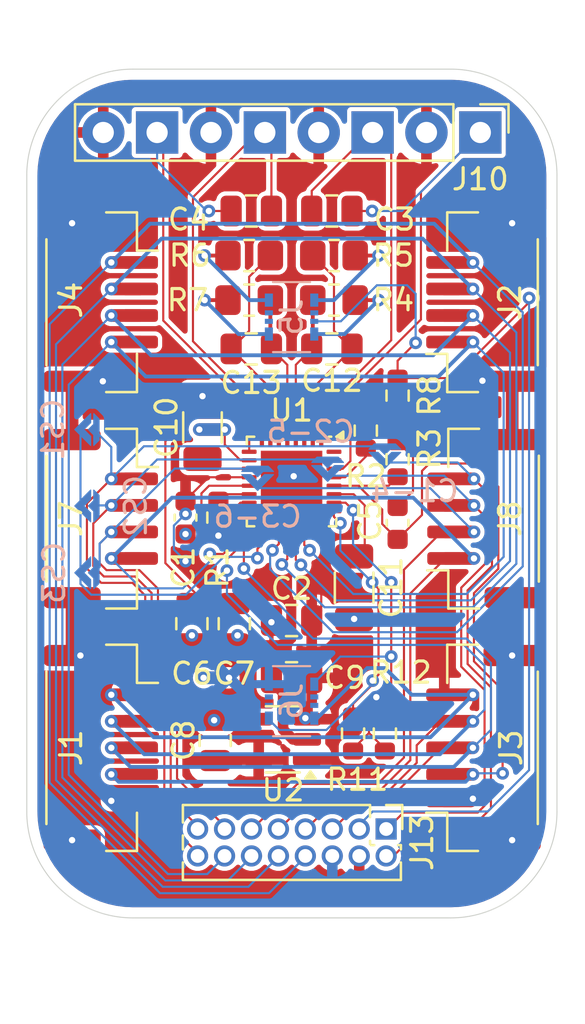
<source format=kicad_pcb>
(kicad_pcb (version 20240108) (generator "pcbnew") (generator_version "8.0")
  (title_block (date "2024-09-18"))
  (layers (0 "F.Cu" signal) (1 "In1.Cu" power) (2 "In2.Cu" power) (31 "B.Cu" signal) (34 "B.Paste" user) (35 "F.Paste" user) (36 "B.SilkS" user "B.Silkscreen") (37 "F.SilkS" user "F.Silkscreen") (38 "B.Mask" user) (39 "F.Mask" user) (44 "Edge.Cuts" user))
  (net 0 "")
  (net 1 "RLDINV")
  (net 2 "RLDOUT")
  (net 3 "+3.3VA")
  (net 4 "VREFN")
  (net 5 "GND")
  (net 6 "+3.3V")
  (net 7 "VREFP")
  (net 8 "Net-(U1-VCAP1)")
  (net 9 "Net-(U1-VCAP2)")
  (net 10 "PGA2N")
  (net 11 "PGA2P")
  (net 12 "PGA1P")
  (net 13 "PGA1N")
  (net 14 "IN1P")
  (net 15 "IN1N")
  (net 16 "IN2N")
  (net 17 "IN2P")
  (net 18 "MOSI")
  (net 19 "CS")
  (net 20 "SPICLK")
  (net 21 "MISO")
  (net 22 "START")
  (net 23 "CLK")
  (net 24 "IN1N_")
  (net 25 "IN2P_")
  (net 26 "IN1P_")
  (net 27 "RLDIN")
  (net 28 "IN2N_")
  (net 29 "GPIO2")
  (net 32 "GPIO1")
  (net 37 "DRDY")
  (net 38 "PWDN")
  (net 40 "GNDA")
  (net 42 "CS1")
  (net 43 "CS2")
  (net 44 "CS3")
  (net 45 "Net-(U1-CLKSEL)")
  (net 48 "RLD")
  (net 49 "CS6")
  (net 50 "CS4")
  (net 51 "CS5")
  (footprint "Package_DFN_QFN:QFN-32-1EP_4x4mm_P0.4mm_EP2.9x2.9mm" (layer "F.Cu") (at 66.35 33.4975 -90)
    (property "Reference" "U1")
    (property "Value" "ADS1292IRSMR")
  )
  (footprint "Connector_JST:JST_GH_SM05B-GHS-TB_1x05-1MP_P1.25mm_Horizontal" (layer "F.Cu") (at 57.35 46.05 -90)
    (property "Reference" "J1")
    (property "Value" "Miscelaneous")
  )
  (footprint "Capacitor_SMD:C_0603_1608Metric" (layer "F.Cu") (at 71.35 35.45 90)
    (property "Reference" "C5")
    (property "Value" "1.5nF")
  )
  (footprint "Resistor_SMD:R_0805_2012Metric_Pad1.20x1.40mm_HandSolder" (layer "F.Cu") (at 64.35 22.85)
    (property "Reference" "R6")
    (property "Value" "4.7k")
  )
  (footprint "Resistor_SMD:R_0603_1608Metric" (layer "F.Cu") (at 69.85 31.1 -90)
    (property "Reference" "R2")
    (property "Value" "100k")
  )
  (footprint "Package_TO_SOT_SMD:SOT-23-5" (layer "F.Cu") (at 65.9375 45.65 180)
    (property "Reference" "U2")
    (property "Value" "AP2112K-3.3")
  )
  (footprint "Capacitor_SMD:C_0805_2012Metric" (layer "F.Cu") (at 63.65 40.2 -90)
    (property "Reference" "C7")
    (property "Value" "100nF")
  )
  (footprint "Resistor_SMD:R_0805_2012Metric_Pad1.20x1.40mm_HandSolder" (layer "F.Cu") (at 64.35 24.95)
    (property "Reference" "R7")
    (property "Value" "4.7k")
  )
  (footprint "Capacitor_SMD:C_0805_2012Metric" (layer "F.Cu") (at 68.25 27.25)
    (property "Reference" "C12")
    (property "Value" "4.7nF")
  )
  (footprint "Resistor_SMD:R_0603_1608Metric" (layer "F.Cu") (at 70.75 45.375 -90)
    (property "Reference" "R12")
    (property "Value" "10k")
  )
  (footprint "Resistor_SMD:R_0603_1608Metric" (layer "F.Cu") (at 71.35 29.45 90)
    (property "Reference" "R8")
    (property "Value" "100k")
  )
  (footprint "Connector_JST:JST_GH_SM05B-GHS-TB_1x05-1MP_P1.25mm_Horizontal" (layer "F.Cu") (at 75.4 46.05 90)
    (property "Reference" "J3")
    (property "Value" "Miscelaneous")
  )
  (footprint "Capacitor_SMD:C_0805_2012Metric" (layer "F.Cu") (at 62.75 45.7 -90)
    (property "Reference" "C8")
    (property "Value" "1uF")
  )
  (footprint "Connector_PinHeader_2.54mm:PinHeader_1x08_P2.54mm_Vertical" (layer "F.Cu") (at 75.25 17.05 -90)
    (property "Reference" "J10")
    (property "Value" "Conn_01x08_Pin")
  )
  (footprint "Resistor_SMD:R_0603_1608Metric" (layer "F.Cu") (at 69.25 45.375 -90)
    (property "Reference" "R11")
    (property "Value" "10k")
  )
  (footprint "Connector_JST:JST_GH_SM04B-GHS-TB_1x04-1MP_P1.25mm_Horizontal" (layer "F.Cu") (at 75.4 25.05 90)
    (property "Reference" "J2")
    (property "Value" "SPI")
  )
  (footprint "Capacitor_SMD:C_0805_2012Metric" (layer "F.Cu") (at 64.45 27.25)
    (property "Reference" "C13")
    (property "Value" "4.7nF")
  )
  (footprint "Connector_JST:JST_GH_SM04B-GHS-TB_1x04-1MP_P1.25mm_Horizontal" (layer "F.Cu") (at 57.35 35.25 -90)
    (property "Reference" "J7")
    (property "Value" "CS_SPI")
  )
  (footprint "Capacitor_SMD:C_0805_2012Metric" (layer "F.Cu") (at 64.45 20.75 180)
    (property "Reference" "C4")
    (property "Value" "4.7nF")
  )
  (footprint "Capacitor_SMD:C_0805_2012Metric" (layer "F.Cu") (at 68.25 20.75 180)
    (property "Reference" "C3")
    (property "Value" "4.7nF")
  )
  (footprint "Capacitor_SMD:C_0603_1608Metric" (layer "F.Cu") (at 61.35 35.2 -90)
    (property "Reference" "C1")
    (property "Value" "100nF")
  )
  (footprint "Capacitor_SMD:C_0805_2012Metric" (layer "F.Cu") (at 61.65 40.2 -90)
    (property "Reference" "C6")
    (property "Value" "22uF")
  )
  (footprint "Capacitor_SMD:C_0805_2012Metric" (layer "F.Cu") (at 66.35 42.75)
    (property "Reference" "C9")
    (property "Value" "1uF")
  )
  (footprint "Capacitor_SMD:C_1206_3216Metric" (layer "F.Cu") (at 69.3 38.5 -90)
    (property "Reference" "C11")
    (property "Value" "2.2uF")
  )
  (footprint "Connector_JST:JST_GH_SM04B-GHS-TB_1x04-1MP_P1.25mm_Horizontal" (layer "F.Cu") (at 57.35 25.05 -90)
    (property "Reference" "J4")
    (property "Value" "SPI")
  )
  (footprint "NetTie:NetTie-2_THT_Pad0.3mm" (layer "F.Cu") (at 63.2 31.05 180)
    (property "Reference" "NT2" (hide yes))
    (property "Value" "NetTie_2" (hide yes))
  )
  (footprint "Resistor_SMD:R_0805_2012Metric_Pad1.20x1.40mm_HandSolder" (layer "F.Cu") (at 68.35 24.95 180)
    (property "Reference" "R4")
    (property "Value" "4.7k")
  )
  (footprint "Connector_PinHeader_1.27mm:PinHeader_2x08_P1.27mm_Vertical" (layer "F.Cu") (at 70.81 49.875 -90)
    (property "Reference" "J13")
    (property "Value" "Conn_02x08_Odd_Even")
  )
  (footprint "Connector_JST:JST_GH_SM04B-GHS-TB_1x04-1MP_P1.25mm_Horizontal" (layer "F.Cu") (at 75.45 35.25 90)
    (property "Reference" "J8")
    (property "Value" "CS_SPI")
  )
  (footprint "Resistor_SMD:R_0603_1608Metric" (layer "F.Cu") (at 71.35 32.45 -90)
    (property "Reference" "R3")
    (property "Value" "1M")
  )
  (footprint "Resistor_SMD:R_0603_1608Metric" (layer "F.Cu") (at 62.9 35.2 -90)
    (property "Reference" "R1")
    (property "Value" "1k")
  )
  (footprint "Capacitor_SMD:C_0805_2012Metric" (layer "F.Cu") (at 66.35 40.05 180)
    (property "Reference" "C2")
    (property "Value" "100nF")
  )
  (footprint "NetTie:NetTie-2_THT_Pad0.3mm" (layer "F.Cu") (at 63.4 42.75 180)
    (property "Reference" "NT1" (hide yes))
    (property "Value" "NetTie_2" (hide yes))
  )
  (footprint "Resistor_SMD:R_0805_2012Metric_Pad1.20x1.40mm_HandSolder" (layer "F.Cu") (at 68.35 22.85 180)
    (property "Reference" "R5")
    (property "Value" "4.7k")
  )
  (footprint "Capacitor_SMD:C_1206_3216Metric" (layer "F.Cu") (at 62.15 30.95 90)
    (property "Reference" "C10")
    (property "Value" "2.2uF")
  )
  (footprint "SEMG:JumperDiamond" (layer "B.Cu") (at 56.9225 34.65 90)
    (property "Reference" "CS2")
    (property "Value" "SolderJumper_2_Open")
  )
  (footprint "SEMG:JumperDiamond" (layer "B.Cu") (at 64.75 33.1275 180)
    (property "Reference" "C3-6")
    (property "Value" "SolderJumper_2_Open")
  )
  (footprint "SEMG:5050060812" (layer "B.Cu") (at 66.35 43.85 90)
    (property "Reference" "J6")
    (property "Value" "505006-0812")
  )
  (footprint "SEMG:5050060812" (layer "B.Cu") (at 66.35 25.75 90)
    (property "Reference" "J5")
    (property "Value" "505006-0812")
  )
  (footprint "SEMG:JumperDiamond" (layer "B.Cu") (at 68.05 32.7 180)
    (property "Reference" "C2-5")
    (property "Value" "SolderJumper_2_Open")
  )
  (footprint "SEMG:JumperDiamond" (layer "B.Cu") (at 56.9225 31.05 90)
    (property "Reference" "CS1")
    (property "Value" "SolderJumper_2_Open")
  )
  (footprint "SEMG:JumperDiamond" (layer "B.Cu") (at 70.75 32.0775 180)
    (property "Reference" "C1-4")
    (property "Value" "SolderJumper_2_Open")
  )
  (footprint "SEMG:JumperDiamond" (layer "B.Cu") (at 56.9225 37.8 90)
    (property "Reference" "CS3")
    (property "Value" "SolderJumper_2_Open")
  )
  (gr_arc (start 53.864466 19.064466) (mid 55.328942 15.528942) (end 58.864466 14.064466) (stroke (width 0.05)) (layer "Edge.Cuts"))
  (gr_arc (start 73.864466 14.064466) (mid 77.399999 15.528924) (end 78.864466 19.064466) (stroke (width 0.05)) (layer "Edge.Cuts"))
  (gr_line (start 73.864466 14.064466) (end 58.864466 14.064466) (stroke (width 0.05)) (layer "Edge.Cuts"))
  (gr_arc (start 58.864466 54.064466) (mid 55.328931 52.599992) (end 53.864466 49.064466) (stroke (width 0.05)) (layer "Edge.Cuts"))
  (gr_line (start 78.864466 49.064466) (end 78.864466 19.064466) (stroke (width 0.05)) (layer "Edge.Cuts"))
  (gr_arc (start 78.864466 49.064466) (mid 77.40001 52.60001) (end 73.864466 54.064466) (stroke (width 0.05)) (layer "Edge.Cuts"))
  (gr_line (start 58.864466 54.064466) (end 73.864466 54.064466) (stroke (width 0.05)) (layer "Edge.Cuts"))
  (gr_line (start 53.864466 19.064466) (end 53.864466 49.064466) (stroke (width 0.05)) (layer "Edge.Cuts"))
  (segment (start 72.5 33) (end 72.85 32.65) (width 0.1) (layer "F.Cu") (net 1))
  (segment (start 71.35 33.275) (end 70.9275 33.6975) (width 0.1) (layer "F.Cu") (net 1))
  (segment (start 76.1 37.610966) (end 74.95 38.760966) (width 0.1) (layer "F.Cu") (net 1))
  (segment (start 71.35 36.225) (end 72.5 35.075) (width 0.1) (layer "F.Cu") (net 1))
  (segment (start 74.95 38.760966) (end 74.95 41.45) (width 0.1) (layer "F.Cu") (net 1))
  (segment (start 70.625 34.8225) (end 69.5 33.6975) (width 0.1) (layer "F.Cu") (net 1))
  (segment (start 74.95 41.45) (end 74.95 41.973654) (width 0.1) (layer "F.Cu") (net 1))
  (segment (start 69.5 33.6975) (end 68.345 33.6975) (width 0.1) (layer "F.Cu") (net 1))
  (segment (start 74.95 32.65) (end 75.002818 32.65) (width 0.1) (layer "F.Cu") (net 1))
  (segment (start 76.3 43.323654) (end 76.3 47.25) (width 0.1) (layer "F.Cu") (net 1))
  (segment (start 73.55 47.3) (end 74.9 47.3) (width 0.6) (layer "F.Cu") (net 1))
  (segment (start 75.002818 32.65) (end 76.1 33.747182) (width 0.1) (layer "F.Cu") (net 1))
  (segment (start 70.9275 33.6975) (end 69.5 33.6975) (width 0.1) (layer "F.Cu") (net 1))
  (segment (start 71.35 36.225) (end 70.625 35.5) (width 0.1) (layer "F.Cu") (net 1))
  (segment (start 76.1 33.747182) (end 76.1 37.610966) (width 0.1) (layer "F.Cu") (net 1))
  (segment (start 72.85 32.65) (end 74.95 32.65) (width 0.1) (layer "F.Cu") (net 1))
  (segment (start 59.2 47.3) (end 57.85 47.3) (width 0.6) (layer "F.Cu") (net 1))
  (segment (start 70.625 35.5) (end 70.625 34.8225) (width 0.1) (layer "F.Cu") (net 1))
  (segment (start 72.5 35.075) (end 72.5 33) (width 0.1) (layer "F.Cu") (net 1))
  (segment (start 74.95 41.973654) (end 76.3 43.323654) (width 0.1) (layer "F.Cu") (net 1))
  (via (at 74.9 47.3) (size 0.6) (drill 0.3) (layers "F.Cu" "B.Cu") (net 1))
  (via (at 76.3 47.25) (size 0.6) (drill 0.3) (layers "F.Cu" "B.Cu") (net 1))
  (via (at 57.85 47.3) (size 0.6) (drill 0.3) (layers "F.Cu" "B.Cu") (net 1))
  (segment (start 74.95 47.25) (end 74.9 47.3) (width 0.1) (layer "B.Cu") (net 1))
  (segment (start 58.2 47.65) (end 74.55 47.65) (width 0.18) (layer "B.Cu") (net 1))
  (segment (start 57.85 47.3) (end 58.2 47.65) (width 0.18) (layer "B.Cu") (net 1))
  (segment (start 74.55 47.65) (end 74.9 47.3) (width 0.18) (layer "B.Cu") (net 1))
  (segment (start 76.3 47.25) (end 74.95 47.25) (width 0.1) (layer "B.Cu") (net 1))
  (segment (start 69.85 30.275) (end 71.35 30.275) (width 0.1) (layer "F.Cu") (net 2))
  (segment (start 68.345 32.8975) (end 68.763208 32.8975) (width 0.1) (layer "F.Cu") (net 2))
  (segment (start 72.075 33.95) (end 71.35 34.675) (width 0.1) (layer "F.Cu") (net 2))
  (segment (start 71.35 31.625) (end 72.075 32.35) (width 0.1) (layer "F.Cu") (net 2))
  (segment (start 69.125 31) (end 69.85 30.275) (width 0.1) (layer "F.Cu") (net 2))
  (segment (start 72.075 32.35) (end 72.075 33.95) (width 0.1) (layer "F.Cu") (net 2))
  (segment (start 68.763208 32.8975) (end 69.125 32.535708) (width 0.1) (layer "F.Cu") (net 2))
  (segment (start 71.35 30.275) (end 71.35 31.625) (width 0.1) (layer "F.Cu") (net 2))
  (segment (start 69.125 32.535708) (end 69.125 31) (width 0.1) (layer "F.Cu") (net 2))
  (segment (start 62.436298 33.2975) (end 64.355 33.2975) (width 0.1) (layer "F.Cu") (net 3))
  (segment (start 61.35 35.025) (end 61.35 34.425) (width 0.1) (layer "F.Cu") (net 3))
  (segment (start 61.35 35.025) (end 61.35 34.383798) (width 0.1) (layer "F.Cu") (net 3))
  (segment (start 61.35 34.383798) (end 62.436298 33.2975) (width 0.1) (layer "F.Cu") (net 3))
  (via (at 61.35 37.25) (size 0.6) (drill 0.3) (layers "F.Cu" "B.Cu") (net 3))
  (via (at 61.35 35.025) (size 0.6) (drill 0.3) (layers "F.Cu" "B.Cu") (net 3))
  (segment (start 61.35 35.025) (end 60.8 35.575) (width 0.1) (layer "B.Cu") (net 3))
  (segment (start 60.8 35.575) (end 60.8 36.7) (width 0.1) (layer "B.Cu") (net 3))
  (segment (start 60.8 36.7) (end 61.35 37.25) (width 0.1) (layer "B.Cu") (net 3))
  (segment (start 64.355 32.4975) (end 63.936792 32.4975) (width 0.1) (layer "F.Cu") (net 4))
  (segment (start 63.936792 32.4975) (end 63.2 31.760708) (width 0.1) (layer "F.Cu") (net 4))
  (segment (start 63.2 31.760708) (end 63.2 31.05) (width 0.1) (layer "F.Cu") (net 4))
  (segment (start 65.4 40.13) (end 65.4 42.75) (width 0.2) (layer "F.Cu") (net 5))
  (segment (start 73.55 48.55) (end 74.8 48.55) (width 0.6) (layer "F.Cu") (net 5))
  (segment (start 56 31.525) (end 56 28.775) (width 0.6) (layer "F.Cu") (net 5))
  (segment (start 70 45.35) (end 70 44.008903) (width 0.1) (layer "F.Cu") (net 5))
  (segment (start 76.8 41.65) (end 76.75 41.7) (width 0.6) (layer "F.Cu") (net 5))
  (segment (start 76.75 28.775) (end 76.75 31.475) (width 0.6) (layer "F.Cu") (net 5))
  (segment (start 70.75 46.2) (end 70.75 46.1) (width 0.1) (layer "F.Cu") (net 5))
  (segment (start 56.392881 41.7) (end 56 41.7) (width 0.6) (layer "F.Cu") (net 5))
  (segment (start 70 44.008903) (end 70.347195 43.661708) (width 0.1) (layer "F.Cu") (net 5))
  (segment (start 65.95 43.45) (end 65.25 42.75) (width 0.5) (layer "F.Cu") (net 5))
  (segment (start 59.2 48.55) (end 57.85 48.55) (width 0.6) (layer "F.Cu") (net 5))
  (segment (start 67.075 45.65) (end 66.412501 45.65) (width 0.5) (layer "F.Cu") (net 5))
  (segment (start 76.75 31.475) (end 76.8 31.525) (width 0.6) (layer "F.Cu") (net 5))
  (segment (start 56 41.7) (end 56 38.975) (width 0.6) (layer "F.Cu") (net 5))
  (segment (start 66.412501 45.65) (end 65.95 45.187499) (width 0.5) (layer "F.Cu") (net 5))
  (segment (start 76.8 38.975) (end 76.8 41.65) (width 0.6) (layer "F.Cu") (net 5))
  (segment (start 67.71 35.3525) (end 67.75 35.3925) (width 0.1) (layer "F.Cu") (net 5))
  (segment (start 69.95 45.4) (end 70 45.35) (width 0.1) (layer "F.Cu") (net 5))
  (segment (start 67.71 34.8575) (end 67.71 35.3525) (width 0.1) (layer "F.Cu") (net 5))
  (segment (start 69.15 46.2) (end 69.95 45.4) (width 0.1) (layer "F.Cu") (net 5))
  (segment (start 70.75 46.1) (end 70 45.35) (width 0.1) (layer "F.Cu") (net 5))
  (segment (start 74.8 48.55) (end 74.9 48.45) (width 0.6) (layer "F.Cu") (net 5))
  (segment (start 65.95 45.187499) (end 65.95 43.45) (width 0.5) (layer "F.Cu") (net 5))
  (via (at 76.75 41.7) (size 0.6) (drill 0.3) (layers "F.Cu" "B.Cu") (net 5))
  (via (at 76.75 50.4) (size 0.6) (drill 0.3) (layers "F.Cu" "B.Cu") (net 5))
  (via (at 57.85 48.55) (size 0.6) (drill 0.3) (layers "F.Cu" "B.Cu") (net 5))
  (via (at 65.4 40.13) (size 0.6) (drill 0.3) (layers "F.Cu" "B.Cu") (net 5))
  (via (at 76.75 21.325) (size 0.6) (drill 0.3) (layers "F.Cu" "B.Cu") (net 5))
  (via (at 56.392881 41.7) (size 0.6) (drill 0.3) (layers "F.Cu" "B.Cu") (net 5))
  (via (at 62.9 36.05) (size 0.6) (drill 0.3) (layers "F.Cu" "B.Cu") (net 5))
  (via (at 74.9 48.45) (size 0.6) (drill 0.3) (layers "F.Cu" "B.Cu") (net 5))
  (via (at 56 50.4) (size 0.6) (drill 0.3) (layers "F.Cu" "B.Cu") (net 5))
  (via (at 66.45 33.25) (size 0.6) (drill 0.3) (layers "F.Cu" "B.Cu") (net 5))
  (via (at 62.15 29.475) (size 0.6) (drill 0.3) (layers "F.Cu" "B.Cu") (net 5))
  (via (at 57.45 28.775) (size 0.6) (drill 0.3) (layers "F.Cu" "B.Cu") (net 5))
  (via (at 69.3 39.975) (size 0.6) (drill 0.3) (layers "F.Cu" "B.Cu") (net 5))
  (via (at 75.35 28.75) (size 0.6) (drill 0.3) (layers "F.Cu" "B.Cu") (net 5))
  (via (at 70.347195 43.661708) (size 0.6) (drill 0.3) (layers "F.Cu" "B.Cu") (net 5))
  (via (at 56 21.325) (size 0.6) (drill 0.3) (layers "F.Cu" "B.Cu") (net 5))
  (segment (start 68.36 51.095) (end 68.36 52.46) (width 0.2) (layer "B.Cu") (net 5))
  (segment (start 68.36 52.46) (end 68.6 52.7) (width 0.2) (layer "B.Cu") (net 5))
  (segment (start 57.85 48.55) (end 74.8 48.55) (width 0.18) (layer "B.Cu") (net 5))
  (segment (start 74.8 48.55) (end 74.9 48.45) (width 0.18) (layer "B.Cu") (net 5))
  (segment (start 67 44.65) (end 67.15 44.625) (width 0.1) (layer "F.Cu") (net 6))
  (segment (start 59.369842 43.55) (end 59.2 43.55) (width 0.1) (layer "F.Cu") (net 6))
  (segment (start 73.55 43.55) (end 74.9 43.55) (width 0.6) (layer "F.Cu") (net 6))
  (segment (start 69.63 52.33) (end 69.9 52.6) (width 0.2) (layer "F.Cu") (net 6))
  (segment (start 67.3 44.475) (end 67.125 44.65) (width 0.1) (layer "F.Cu") (net 6))
  (segment (start 67.75 39.6) (end 67.3 40.05) (width 0.1) (layer "F.Cu") (net 6))
  (segment (start 67.75 36.512182) (end 67.75 39.6) (width 0.1) (layer "F.Cu") (net 6))
  (segment (start 69.63 51.095) (end 69.63 52.33) (width 0.2) (layer "F.Cu") (net 6))
  (segment (start 59.2 43.55) (end 57.85 43.55) (width 0.6) (layer "F.Cu") (net 6))
  (segment (start 67.35 39.9) (end 67.6 40.15) (width 0.1) (layer "F.Cu") (net 6))
  (segment (start 67.35 35.4925) (end 67.35 36.112182) (width 0.1) (layer "F.Cu") (net 6))
  (segment (start 67.125 44.65) (end 67 44.65) (width 0.1) (layer "F.Cu") (net 6))
  (segment (start 67.35 36.112182) (end 67.75 36.512182) (width 0.1) (layer "F.Cu") (net 6))
  (segment (start 67.3 40.05) (end 67.3 44.475) (width 0.1) (layer "F.Cu") (net 6))
  (via (at 67 44.65) (size 0.6) (drill 0.3) (layers "F.Cu" "B.Cu") (net 6))
  (via (at 57.85 43.55) (size 0.6) (drill 0.3) (layers "F.Cu" "B.Cu") (net 6))
  (via (at 74.9 43.55) (size 0.6) (drill 0.3) (layers "F.Cu" "B.Cu") (net 6))
  (segment (start 70.756406 42.290793) (end 69.919207 42.290793) (width 0.18) (layer "B.Cu") (net 6))
  (segment (start 72.9 45.55) (end 74.9 43.55) (width 0.18) (layer "B.Cu") (net 6))
  (segment (start 74.9 43.55) (end 72.015613 43.55) (width 0.18) (layer "B.Cu") (net 6))
  (segment (start 72.015613 43.55) (end 70.756406 42.290793) (width 0.18) (layer "B.Cu") (net 6))
  (segment (start 57.85 43.55) (end 59.85 45.55) (width 0.18) (layer "B.Cu") (net 6))
  (segment (start 67.56 44.65) (end 67.42 44.65) (width 0.18) (layer "B.Cu") (net 6))
  (segment (start 69.919207 42.290793) (end 67.56 44.65) (width 0.18) (layer "B.Cu") (net 6))
  (segment (start 59.85 45.55) (end 72.9 45.55) (width 0.18) (layer "B.Cu") (net 6))
  (segment (start 60.4 31.6) (end 60.4 37.344842) (width 0.1) (layer "F.Cu") (net 7))
  (segment (start 64.355 31.427182) (end 63.427818 30.5) (width 0.1) (layer "F.Cu") (net 7))
  (segment (start 61.5 30.5) (end 60.4 31.6) (width 0.1) (layer "F.Cu") (net 7))
  (segment (start 61.905158 38.85) (end 63.8 38.85) (width 0.1) (layer "F.Cu") (net 7))
  (segment (start 64.355 32.0975) (end 64.355 31.427182) (width 0.1) (layer "F.Cu") (net 7))
  (segment (start 60.4 37.344842) (end 61.905158 38.85) (width 0.1) (layer "F.Cu") (net 7))
  (segment (start 63.427818 30.5) (end 61.5 30.5) (width 0.1) (layer "F.Cu") (net 7))
  (segment (start 62.6225 32.8975) (end 64.355 32.8975) (width 0.1) (layer "F.Cu") (net 8))
  (segment (start 62.15 32.425) (end 62.6225 32.8975) (width 0.1) (layer "F.Cu") (net 8))
  (segment (start 69.8 34.622182) (end 69.8 36.525) (width 0.1) (layer "F.Cu") (net 9))
  (segment (start 69.275318 34.0975) (end 69.8 34.622182) (width 0.1) (layer "F.Cu") (net 9))
  (segment (start 68.345 34.0975) (end 69.275318 34.0975) (width 0.1) (layer "F.Cu") (net 9))
  (segment (start 69.8 36.525) (end 69.3 37.025) (width 0.1) (layer "F.Cu") (net 9))
  (segment (start 65.4 17.36) (end 65.4 20.75) (width 0.1) (layer "F.Cu") (net 10))
  (segment (start 61.7 26.889034) (end 61.7 20.1) (width 0.1) (layer "F.Cu") (net 10))
  (segment (start 64.92 16.88) (end 65.4 17.36) (width 0.1) (layer "F.Cu") (net 10))
  (segment (start 65.35 31.4025) (end 65.35 30.539034) (width 0.1) (layer "F.Cu") (net 10))
  (segment (start 61.7 20.1) (end 64.92 16.88) (width 0.1) (layer "F.Cu") (net 10))
  (segment (start 65.35 30.539034) (end 61.7 26.889034) (width 0.1) (layer "F.Cu") (net 10))
  (segment (start 63.5 20.75) (end 62.45 20.75) (width 0.1) (layer "F.Cu") (net 11))
  (segment (start 60.3 25.913298) (end 60.3 17.34) (width 0.1) (layer "F.Cu") (net 11))
  (segment (start 64.95 30.563298) (end 60.3 25.913298) (width 0.1) (layer "F.Cu") (net 11))
  (segment (start 60.3 17.34) (end 60.01 17.05) (width 0.1) (layer "F.Cu") (net 11))
  (segment (start 64.95 31.5025) (end 64.95 30.563298) (width 0.1) (layer "F.Cu") (net 11))
  (via (at 62.45 20.75) (size 0.6) (drill 0.3) (layers "F.Cu" "B.Cu") (net 11))
  (segment (start 62.35 20.75) (end 60.01 18.41) (width 0.1) (layer "B.Cu") (net 11))
  (segment (start 60.01 18.41) (end 60.01 17.05) (width 0.1) (layer "B.Cu") (net 11))
  (segment (start 62.45 20.75) (end 62.35 20.75) (width 0.1) (layer "B.Cu") (net 11))
  (segment (start 71.05 26.839034) (end 71.05 17.93) (width 0.1) (layer "F.Cu") (net 12))
  (segment (start 71.05 17.93) (end 70.11 16.99) (width 0.1) (layer "F.Cu") (net 12))
  (segment (start 67.3 19.8) (end 67.3 20.75) (width 0.1) (layer "F.Cu") (net 12))
  (segment (start 70.11 16.99) (end 67.3 19.8) (width 0.1) (layer "F.Cu") (net 12))
  (segment (start 67.35 31.4025) (end 67.35 30.539034) (width 0.1) (layer "F.Cu") (net 12))
  (segment (start 67.35 30.539034) (end 71.05 26.839034) (width 0.1) (layer "F.Cu") (net 12))
  (segment (start 72.45 19.85) (end 75.25 17.05) (width 0.1) (layer "F.Cu") (net 13))
  (segment (start 67.75 31.4025) (end 67.75 30.563298) (width 0.1) (layer "F.Cu") (net 13))
  (segment (start 69.2 20.75) (end 70.15 20.75) (width 0.1) (layer "F.Cu") (net 13))
  (segment (start 72.45 25.863298) (end 72.45 19.85) (width 0.1) (layer "F.Cu") (net 13))
  (segment (start 67.75 30.563298) (end 72.45 25.863298) (width 0.1) (layer "F.Cu") (net 13))
  (via (at 70.15 20.75) (size 0.6) (drill 0.3) (layers "F.Cu" "B.Cu") (net 13))
  (segment (start 70.15 20.75) (end 71.55 20.75) (width 0.1) (layer "B.Cu") (net 13))
  (segment (start 71.55 20.75) (end 75.25 17.05) (width 0.1) (layer "B.Cu") (net 13))
  (segment (start 66.55 28) (end 67.3 27.25) (width 0.1) (layer "F.Cu") (net 14))
  (segment (start 66.55 31.4025) (end 66.55 28) (width 0.1) (layer "F.Cu") (net 14))
  (segment (start 67.35 24.95) (end 67.35 27.2) (width 0.18) (layer "F.Cu") (net 14))
  (segment (start 67.35 27.2) (end 67.3 27.25) (width 0.18) (layer "F.Cu") (net 14))
  (segment (start 66.95 29.5) (end 69.2 27.25) (width 0.1) (layer "F.Cu") (net 15))
  (segment (start 68.35 23.85) (end 68.35 26.4) (width 0.1) (layer "F.Cu") (net 15))
  (segment (start 66.95 31.4025) (end 66.95 29.5) (width 0.1) (layer "F.Cu") (net 15))
  (segment (start 67.35 22.85) (end 68.35 23.85) (width 0.1) (layer "F.Cu") (net 15))
  (segment (start 68.35 26.4) (end 69.2 27.25) (width 0.1) (layer "F.Cu") (net 15))
  (segment (start 65.35 27.2) (end 65.4 27.25) (width 0.18) (layer "F.Cu") (net 16))
  (segment (start 65.35 24.95) (end 65.35 27.2) (width 0.18) (layer "F.Cu") (net 16))
  (segment (start 66.15 28) (end 65.4 27.25) (width 0.1) (layer "F.Cu") (net 16))
  (segment (start 66.15 31.4025) (end 66.15 28) (width 0.1) (layer "F.Cu") (net 16))
  (segment (start 64.35 23.85) (end 64.35 26.4) (width 0.1) (layer "F.Cu") (net 17))
  (segment (start 65.35 22.85) (end 64.35 23.85) (width 0.1) (layer "F.Cu") (net 17))
  (segment (start 64.35 26.4) (end 63.5 27.25) (width 0.1) (layer "F.Cu") (net 17))
  (segment (start 65.75 31.4025) (end 65.75 29.5) (width 0.1) (layer "F.Cu") (net 17))
  (segment (start 65.75 29.5) (end 63.5 27.25) (width 0.1) (layer "F.Cu") (net 17))
  (segment (start 65.45 36.74) (end 65.75 36.44) (width 0.1) (layer "F.Cu") (net 18))
  (segment (start 65.75 36.44) (end 65.75 35.4925) (width 0.1) (layer "F.Cu") (net 18))
  (segment (start 57.85 23.175) (end 59.2 23.175) (width 0.6) (layer "F.Cu") (net 18))
  (segment (start 73.55 23.175) (end 74.9 23.175) (width 0.6) (layer "F.Cu") (net 18))
  (via (at 74.9 23.175) (size 0.6) (drill 0.3) (layers "F.Cu" "B.Cu") (net 18))
  (via (at 57.85 23.175) (size 0.6) (drill 0.3) (layers "F.Cu" "B.Cu") (net 18))
  (via (at 65.45 36.74) (size 0.6) (drill 0.3) (layers "F.Cu" "B.Cu") (net 18))
  (segment (start 65.45 36.74) (end 65.338687 36.851313) (width 0.1) (layer "B.Cu") (net 18))
  (segment (start 57.85 23.175) (end 54.942881 26.082119) (width 0.1) (layer "B.Cu") (net 18))
  (segment (start 60.14939 52.9) (end 65.285 52.9) (width 0.1) (layer "B.Cu") (net 18))
  (segment (start 54.942881 26.082119) (end 54.942881 47.693491) (width 0.1) (layer "B.Cu") (net 18))
  (segment (start 59.675 21.35) (end 73.075 21.35) (width 0.18) (layer "B.Cu") (net 18))
  (segment (start 73.075 21.35) (end 74.9 23.175) (width 0.18) (layer "B.Cu") (net 18))
  (segment (start 74.148528 40.6) (end 77.25 37.498528) (width 0.1) (layer "B.Cu") (net 18))
  (segment (start 54.942881 47.693491) (end 60.14939 52.9) (width 0.1) (layer "B.Cu") (net 18))
  (segment (start 65.338687 36.851313) (end 65.338687 37.636816) (width 0.1) (layer "B.Cu") (net 18))
  (segment (start 77.25 25.525) (end 74.9 23.175) (width 0.1) (layer "B.Cu") (net 18))
  (segment (start 65.338687 37.636816) (end 68.301871 40.6) (width 0.1) (layer "B.Cu") (net 18))
  (segment (start 65.285 52.9) (end 67.09 51.095) (width 0.1) (layer "B.Cu") (net 18))
  (segment (start 68.301871 40.6) (end 74.148528 40.6) (width 0.1) (layer "B.Cu") (net 18))
  (segment (start 77.25 37.498528) (end 77.25 25.525) (width 0.1) (layer "B.Cu") (net 18))
  (segment (start 57.85 23.175) (end 59.675 21.35) (width 0.18) (layer "B.Cu") (net 18))
  (segment (start 65.35 36.062182) (end 65.35 35.4925) (width 0.1) (layer "F.Cu") (net 19))
  (segment (start 64.739256 37.107217) (end 64.739256 36.672926) (width 0.1) (layer "F.Cu") (net 19))
  (segment (start 64.739256 36.672926) (end 65.35 36.062182) (width 0.1) (layer "F.Cu") (net 19))
  (via (at 64.739256 37.107217) (size 0.6) (drill 0.3) (layers "F.Cu" "B.Cu") (net 19))
  (segment (start 56.3975 34.65) (end 56.3975 37.8) (width 0.1) (layer "B.Cu") (net 19))
  (segment (start 56.4 37.8025) (end 56.3975 37.8) (width 0.18) (layer "B.Cu") (net 19))
  (segment (start 64.682039 37.05) (end 64.739256 37.107217) (width 0.1) (layer "B.Cu") (net 19))
  (segment (start 56.904607 38.834619) (end 61.365381 38.834619) (width 0.1) (layer "B.Cu") (net 19))
  (segment (start 56.3975 31.05) (end 56.3975 34.65) (width 0.1) (layer "B.Cu") (net 19))
  (segment (start 64.739256 37.107217) (end 64.642039 37.01) (width 0.18) (layer "B.Cu") (net 19))
  (segment (start 63.15 37.05) (end 64.682039 37.05) (width 0.1) (layer "B.Cu") (net 19))
  (segment (start 56.3975 38.327512) (end 56.904607 38.834619) (width 0.1) (layer "B.Cu") (net 19))
  (segment (start 56.3975 37.8) (end 56.3975 38.327512) (width 0.1) (layer "B.Cu") (net 19))
  (segment (start 61.365381 38.834619) (end 63.15 37.05) (width 0.1) (layer "B.Cu") (net 19))
  (segment (start 65.888687 37.408998) (end 66.15 37.147685) (width 0.1) (layer "F.Cu") (net 20))
  (segment (start 73.55 24.425) (end 74.9 24.425) (width 0.6) (layer "F.Cu") (net 20))
  (segment (start 66.15 37.147685) (end 66.15 35.4925) (width 0.1) (layer "F.Cu") (net 20))
  (segment (start 59.2 24.425) (end 57.85 24.425) (width 0.6) (layer "F.Cu") (net 20))
  (via (at 74.9 24.425) (size 0.6) (drill 0.3) (layers "F.Cu" "B.Cu") (net 20))
  (via (at 57.85 24.425) (size 0.6) (drill 0.3) (layers "F.Cu" "B.Cu") (net 20))
  (via (at 65.888687 37.408998) (size 0.6) (drill 0.3) (layers "F.Cu" "B.Cu") (net 20))
  (segment (start 55.242881 27.032119) (end 55.242881 47.569227) (width 0.1) (layer "B.Cu") (net 20))
  (segment (start 60.273654 52.6) (end 64.315 52.6) (width 0.1) (layer "B.Cu") (net 20))
  (segment (start 72.525 22.05) (end 74.9 24.425) (width 0.18) (layer "B.Cu") (net 20))
  (segment (start 74.899264 39.425) (end 76.95 37.374264) (width 0.1) (layer "B.Cu") (net 20))
  (segment (start 76.95 26.475) (end 74.9 24.425) (width 0.1) (layer "B.Cu") (net 20))
  (segment (start 76.95 37.374264) (end 76.95 26.475) (width 0.1) (layer "B.Cu") (net 20))
  (segment (start 65.888687 37.408998) (end 67.904689 39.425) (width 0.1) (layer "B.Cu") (net 20))
  (segment (start 64.315 52.6) (end 65.82 51.095) (width 0.1) (layer "B.Cu") (net 20))
  (segment (start 67.904689 39.425) (end 74.899264 39.425) (width 0.1) (layer "B.Cu") (net 20))
  (segment (start 55.242881 47.569227) (end 60.273654 52.6) (width 0.1) (layer "B.Cu") (net 20))
  (segment (start 57.85 24.425) (end 55.242881 27.032119) (width 0.1) (layer "B.Cu") (net 20))
  (segment (start 60.225 22.05) (end 72.525 22.05) (width 0.18) (layer "B.Cu") (net 20))
  (segment (start 57.85 24.425) (end 60.225 22.05) (width 0.18) (layer "B.Cu") (net 20))
  (segment (start 59.2 25.675) (end 57.85 25.675) (width 0.6) (layer "F.Cu") (net 21))
  (segment (start 66.55 37.187322) (end 66.55 35.4925) (width 0.1) (layer "F.Cu") (net 21))
  (segment (start 66.789081 37.426403) (end 66.55 37.187322) (width 0.1) (layer "F.Cu") (net 21))
  (segment (start 73.55 25.675) (end 74.9 25.675) (width 0.6) (layer "F.Cu") (net 21))
  (via (at 66.789081 37.426403) (size 0.6) (drill 0.3) (layers "F.Cu" "B.Cu") (net 21))
  (via (at 57.85 25.675) (size 0.6) (drill 0.3) (layers "F.Cu" "B.Cu") (net 21))
  (via (at 74.9 25.675) (size 0.6) (drill 0.3) (layers "F.Cu" "B.Cu") (net 21))
  (segment (start 60.397918 52.3) (end 63.345 52.3) (width 0.1) (layer "B.Cu") (net 21))
  (segment (start 55.542881 47.444963) (end 60.397918 52.3) (width 0.1) (layer "B.Cu") (net 21))
  (segment (start 57.85 25.675) (end 55.542881 27.982119) (width 0.1) (layer "B.Cu") (net 21))
  (segment (start 74.8 39.1) (end 76.65 37.25) (width 0.1) (layer "B.Cu") (net 21))
  (segment (start 63.345 52.3) (end 64.55 51.095) (width 0.1) (layer "B.Cu") (net 21))
  (segment (start 76.65 27.425) (end 74.9 25.675) (width 0.1) (layer "B.Cu") (net 21))
  (segment (start 73.025 27.55) (end 74.9 25.675) (width 0.18) (layer "B.Cu") (net 21))
  (segment (start 76.65 37.25) (end 76.65 27.425) (width 0.1) (layer "B.Cu") (net 21))
  (segment (start 55.542881 27.982119) (end 55.542881 47.444963) (width 0.1) (layer "B.Cu") (net 21))
  (segment (start 68.462678 39.1) (end 74.8 39.1) (width 0.1) (layer "B.Cu") (net 21))
  (segment (start 57.85 25.675) (end 59.725 27.55) (width 0.18) (layer "B.Cu") (net 21))
  (segment (start 66.789081 37.426403) (end 68.462678 39.1) (width 0.1) (layer "B.Cu") (net 21))
  (segment (start 59.725 27.55) (end 73.025 27.55) (width 0.18) (layer "B.Cu") (net 21))
  (segment (start 73.380158 44.8) (end 72.25 45.930158) (width 0.1) (layer "F.Cu") (net 22))
  (segment (start 59.2 44.8) (end 57.85 44.8) (width 0.6) (layer "F.Cu") (net 22))
  (segment (start 63.302031 37.7) (end 63.302031 37.164171) (width 0.1) (layer "F.Cu") (net 22))
  (segment (start 64.355 36.111202) (end 64.355 34.8975) (width 0.1) (layer "F.Cu") (net 22))
  (segment (start 73.55 44.8) (end 73.380158 44.8) (width 0.1) (layer "F.Cu") (net 22))
  (segment (start 72.25 46.755894) (end 70.655894 48.35) (width 0.1) (layer "F.Cu") (net 22))
  (segment (start 68.565 48.35) (end 67.09 49.825) (width 0.1) (layer "F.Cu") (net 22))
  (segment (start 72.25 45.930158) (end 72.25 46.755894) (width 0.1) (layer "F.Cu") (net 22))
  (segment (start 70.655894 48.35) (end 68.565 48.35) (width 0.1) (layer "F.Cu") (net 22))
  (segment (start 73.55 44.8) (end 74.9 44.8) (width 0.6) (layer "F.Cu") (net 22))
  (segment (start 63.302031 37.164171) (end 64.355 36.111202) (width 0.1) (layer "F.Cu") (net 22))
  (via (at 57.85 44.8) (size 0.6) (drill 0.3) (layers "F.Cu" "B.Cu") (net 22))
  (via (at 74.9 44.8) (size 0.6) (drill 0.3) (layers "F.Cu" "B.Cu") (net 22))
  (via (at 63.302031 37.7) (size 0.6) (drill 0.3) (layers "F.Cu" "B.Cu") (net 22))
  (segment (start 63.302031 38.809849) (end 65.692182 41.2) (width 0.1) (layer "B.Cu") (net 22))
  (segment (start 59.4 46.35) (end 73.35 46.35) (width 0.18) (layer "B.Cu") (net 22))
  (segment (start 57.85 44.8) (end 59.4 46.35) (width 0.18) (layer "B.Cu") (net 22))
  (segment (start 75.45 42.174264) (end 75.45 44.25) (width 0.1) (layer "B.Cu") (net 22))
  (segment (start 63.302031 37.7) (end 63.302031 38.809849) (width 0.1) (layer "B.Cu") (net 22))
  (segment (start 74.475736 41.2) (end 75.45 42.174264) (width 0.1) (layer "B.Cu") (net 22))
  (segment (start 75.45 44.25) (end 74.9 44.8) (width 0.1) (layer "B.Cu") (net 22))
  (segment (start 73.35 46.35) (end 74.9 44.8) (width 0.18) (layer "B.Cu") (net 22))
  (segment (start 65.692182 41.2) (end 74.475736 41.2) (width 0.1) (layer "B.Cu") (net 22))
  (segment (start 73.55 46.05) (end 74.9 46.05) (width 0.6) (layer "F.Cu") (net 23))
  (segment (start 70.780158 48.65) (end 69.535 48.65) (width 0.1) (layer "F.Cu") (net 23))
  (segment (start 64.95 35.940466) (end 64.95 35.4925) (width 0.1) (layer "F.Cu") (net 23))
  (segment (start 73.380158 46.05) (end 70.780158 48.65) (width 0.1) (layer "F.Cu") (net 23))
  (segment (start 69.535 48.65) (end 68.36 49.825) (width 0.1) (layer "F.Cu") (net 23))
  (segment (start 59.2 46.05) (end 57.85 46.05) (width 0.6) (layer "F.Cu") (net 23))
  (segment (start 64.1 37.6) (end 64.1 36.790466) (width 0.1) (layer "F.Cu") (net 23))
  (segment (start 73.55 46.05) (end 73.380158 46.05) (width 0.1) (layer "F.Cu") (net 23))
  (segment (start 64.1 36.790466) (end 64.95 35.940466) (width 0.1) (layer "F.Cu") (net 23))
  (via (at 64.1 37.6) (size 0.6) (drill 0.3) (layers "F.Cu" "B.Cu") (net 23))
  (via (at 74.9 46.05) (size 0.6) (drill 0.3) (layers "F.Cu" "B.Cu") (net 23))
  (via (at 57.85 46.05) (size 0.6) (drill 0.3) (layers "F.Cu" "B.Cu") (net 23))
  (segment (start 74 46.95) (end 74.9 46.05) (width 0.18) (layer "B.Cu") (net 23))
  (segment (start 64.1 37.636847) (end 67.363153 40.9) (width 0.1) (layer "B.Cu") (net 23))
  (segment (start 75.75 45.2) (end 74.9 46.05) (width 0.1) (layer "B.Cu") (net 23))
  (segment (start 67.363153 40.9) (end 74.6 40.9) (width 0.1) (layer "B.Cu") (net 23))
  (segment (start 58.75 46.95) (end 74 46.95) (width 0.18) (layer "B.Cu") (net 23))
  (segment (start 64.1 37.6) (end 64.1 37.636847) (width 0.1) (layer "B.Cu") (net 23))
  (segment (start 75.75 42.05) (end 75.75 45.2) (width 0.1) (layer "B.Cu") (net 23))
  (segment (start 57.85 46.05) (end 58.75 46.95) (width 0.18) (layer "B.Cu") (net 23))
  (segment (start 74.6 40.9) (end 75.75 42.05) (width 0.1) (layer "B.Cu") (net 23))
  (segment (start 69.35 22.85) (end 70.45 22.85) (width 0.18) (layer "F.Cu") (net 24))
  (via (at 70.45 22.85) (size 0.6) (drill 0.3) (layers "F.Cu" "B.Cu") (net 24))
  (segment (start 70.45 22.85) (end 68.35 24.95) (width 0.18) (layer "B.Cu") (net 24))
  (segment (start 68.35 24.95) (end 67.42 24.95) (width 0.18) (layer "B.Cu") (net 24))
  (segment (start 63.35 22.85) (end 62.25 22.85) (width 0.18) (layer "F.Cu") (net 25))
  (via (at 62.25 22.85) (size 0.6) (drill 0.3) (layers "F.Cu" "B.Cu") (net 25))
  (segment (start 64.35 24.95) (end 65.28 24.95) (width 0.18) (layer "B.Cu") (net 25))
  (segment (start 62.25 22.85) (end 64.35 24.95) (width 0.18) (layer "B.Cu") (net 25))
  (segment (start 69.35 24.95) (end 70.45 24.95) (width 0.18) (layer "F.Cu") (net 26))
  (via (at 70.45 24.95) (size 0.6) (drill 0.3) (layers "F.Cu" "B.Cu") (net 26))
  (segment (start 70.45 24.95) (end 68.85 26.55) (width 0.18) (layer "B.Cu") (net 26))
  (segment (start 68.85 26.55) (end 67.42 26.55) (width 0.18) (layer "B.Cu") (net 26))
  (segment (start 68.8775 33.2975) (end 68.345 33.2975) (width 0.1) (layer "F.Cu") (net 27))
  (segment (start 69.85 32.325) (end 68.8775 33.2975) (width 0.1) (layer "F.Cu") (net 27))
  (segment (start 69.85 31.925) (end 69.85 32.325) (width 0.1) (layer "F.Cu") (net 27))
  (segment (start 63.35 24.95) (end 62.25 24.95) (width 0.18) (layer "F.Cu") (net 28))
  (via (at 62.25 24.95) (size 0.6) (drill 0.3) (layers "F.Cu" "B.Cu") (net 28))
  (segment (start 62.25 24.95) (end 63.85 26.55) (width 0.18) (layer "B.Cu") (net 28))
  (segment (start 63.85 26.55) (end 65.28 26.55) (width 0.18) (layer "B.Cu") (net 28))
  (segment (start 70.173483 43.057602) (end 69.25 43.981085) (width 0.1) (layer "F.Cu") (net 29))
  (segment (start 70.173483 42.880793) (end 70.173483 43.057602) (width 0.1) (layer "F.Cu") (net 29))
  (segment (start 69.25 43.981085) (end 69.25 44.55) (width 0.1) (layer "F.Cu") (net 29))
  (segment (start 70.45 42.604276) (end 70.45 38.55) (width 0.1) (layer "F.Cu") (net 29))
  (segment (start 68.65 35.464579) (end 68.345 35.159579) (width 0.1) (layer "F.Cu") (net 29))
  (segment (start 68.345 35.159579) (end 68.345 34.8975) (width 0.1) (layer "F.Cu") (net 29))
  (segment (start 70.45 38.55) (end 70.15 38.25) (width 0.1) (layer "F.Cu") (net 29))
  (segment (start 70.173483 42.880793) (end 70.45 42.604276) (width 0.1) (layer "F.Cu") (net 29))
  (via (at 70.15 38.25) (size 0.6) (drill 0.3) (layers "F.Cu" "B.Cu") (net 29))
  (via (at 70.173483 42.880793) (size 0.6) (drill 0.3) (layers "F.Cu" "B.Cu") (net 29))
  (via (at 68.65 35.464579) (size 0.6) (drill 0.3) (layers "F.Cu" "B.Cu") (net 29))
  (segment (start 67.99 45.21) (end 65.77 45.21) (width 0.1) (layer "B.Cu") (net 29))
  (segment (start 70.173483 42.880793) (end 70.173483 43.026517) (width 0.1) (layer "B.Cu") (net 29))
  (segment (start 68.65 35.464579) (end 68.65 36.75) (width 0.1) (layer "B.Cu") (net 29))
  (segment (start 70.173483 43.026517) (end 67.99 45.21) (width 0.1) (layer "B.Cu") (net 29))
  (segment (start 65.77 45.21) (end 65.21 44.65) (width 0.1) (layer "B.Cu") (net 29))
  (segment (start 68.65 36.75) (end 70.15 38.25) (width 0.1) (layer "B.Cu") (net 29))
  (segment (start 71.05 41.75) (end 71.05 38.25) (width 0.1) (layer "F.Cu") (net 32))
  (segment (start 71.05 41.75) (end 71.05 44.025) (width 0.1) (layer "F.Cu") (net 32))
  (segment (start 69.25 34.85) (end 68.8975 34.4975) (width 0.1) (layer "F.Cu") (net 32))
  (segment (start 68.8975 34.4975) (end 68.345 34.4975) (width 0.1) (layer "F.Cu") (net 32))
  (segment (start 71.05 44.025) (end 70.45 44.625) (width 0.1) (layer "F.Cu") (net 32))
  (via (at 71.05 38.25) (size 0.6) (drill 0.3) (layers "F.Cu" "B.Cu") (net 32))
  (via (at 71.05 41.75) (size 0.6) (drill 0.3) (layers "F.Cu" "B.Cu") (net 32))
  (via (at 69.25 34.85) (size 0.6) (drill 0.3) (layers "F.Cu" "B.Cu") (net 32))
  (segment (start 71.05 41.75) (end 68.65 41.75) (width 0.1) (layer "B.Cu") (net 32))
  (segment (start 69.25 34.85) (end 69.25 36.45) (width 0.1) (layer "B.Cu") (net 32))
  (segment (start 68.65 41.75) (end 67.35 43.05) (width 0.1) (layer "B.Cu") (net 32))
  (segment (start 69.25 36.45) (end 71.05 38.25) (width 0.1) (layer "B.Cu") (net 32))
  (segment (start 73.55 26.925) (end 74.9 26.925) (width 0.6) (layer "F.Cu") (net 37))
  (segment (start 67.2 36.74) (end 66.95 36.49) (width 0.1) (layer "F.Cu") (net 37))
  (segment (start 59.2 26.925) (end 57.85 26.925) (width 0.6) (layer "F.Cu") (net 37))
  (segment (start 66.95 36.49) (end 66.95 35.4925) (width 0.1) (layer "F.Cu") (net 37))
  (via (at 74.9 26.925) (size 0.6) (drill 0.3) (layers "F.Cu" "B.Cu") (net 37))
  (via (at 67.2 36.74) (size 0.6) (drill 0.3) (layers "F.Cu" "B.Cu") (net 37))
  (via (at 57.85 26.925) (size 0.6) (drill 0.3) (layers "F.Cu" "B.Cu") (net 37))
  (segment (start 60.522182 52) (end 62.375 52) (width 0.1) (layer "B.Cu") (net 37))
  (segment (start 55.842881 47.320699) (end 60.522182 52) (width 0.1) (layer "B.Cu") (net 37))
  (segment (start 73.275 28.55) (end 74.9 26.925) (width 0.18) (layer "B.Cu") (net 37))
  (segment (start 57.85 26.925) (end 55.842881 28.932119) (width 0.1) (layer "B.Cu") (net 37))
  (segment (start 76.35 37.05) (end 76.35 28.375) (width 0.1) (layer "B.Cu") (net 37))
  (segment (start 59.475 28.55) (end 73.275 28.55) (width 0.18) (layer "B.Cu") (net 37))
  (segment (start 62.375 52) (end 63.28 51.095) (width 0.1) (layer "B.Cu") (net 37))
  (segment (start 76.35 28.375) (end 74.9 26.925) (width 0.1) (layer "B.Cu") (net 37))
  (segment (start 67.2 36.74) (end 69.26 38.8) (width 0.1) (layer "B.Cu") (net 37))
  (segment (start 57.85 26.925) (end 59.475 28.55) (width 0.18) (layer "B.Cu") (net 37))
  (segment (start 69.26 38.8) (end 74.6 38.8) (width 0.1) (layer "B.Cu") (net 37))
  (segment (start 74.6 38.8) (end 76.35 37.05) (width 0.1) (layer "B.Cu") (net 37))
  (segment (start 55.842881 28.932119) (end 55.842881 47.320699) (width 0.1) (layer "B.Cu") (net 37))
  (segment (start 63.735 34.699292) (end 63.936792 34.4975) (width 0.1) (layer "F.Cu") (net 38))
  (segment (start 73.6 37.125) (end 74.95 37.125) (width 0.6) (layer "F.Cu") (net 38))
  (segment (start 63.129619 36.912319) (end 63.735 36.306938) (width 0.1) (layer "F.Cu") (net 38))
  (segment (start 73.6 37.125) (end 71.95 38.775) (width 0.1) (layer "F.Cu") (net 38))
  (segment (start 67.595 48.05) (end 65.82 49.825) (width 0.1) (layer "F.Cu") (net 38))
  (segment (start 59.2 37.125) (end 57.85 37.125) (width 0.6) (layer "F.Cu") (net 38))
  (segment (start 71.95 38.775) (end 71.95 46.63163) (width 0.1) (layer "F.Cu") (net 38))
  (segment (start 71.95 46.63163) (end 70.53163 48.05) (width 0.1) (layer "F.Cu") (net 38))
  (segment (start 63.735 36.306938) (end 63.735 34.699292) (width 0.1) (layer "F.Cu") (net 38))
  (segment (start 70.53163 48.05) (end 67.595 48.05) (width 0.1) (layer "F.Cu") (net 38))
  (segment (start 63.936792 34.4975) (end 64.355 34.4975) (width 0.1) (layer "F.Cu") (net 38))
  (segment (start 62.492303 36.912319) (end 63.129619 36.912319) (width 0.1) (layer "F.Cu") (net 38))
  (via (at 62.492303 36.912319) (size 0.6) (drill 0.3) (layers "F.Cu" "B.Cu") (net 38))
  (via (at 74.95 37.125) (size 0.6) (drill 0.3) (layers "F.Cu" "B.Cu") (net 38))
  (via (at 57.85 37.125) (size 0.6) (drill 0.3) (layers "F.Cu" "B.Cu") (net 38))
  (segment (start 59.259619 38.534619) (end 57.85 37.125) (width 0.1) (layer "B.Cu") (net 38))
  (segment (start 62.492303 36.912319) (end 62.492303 37.264644) (width 0.1) (layer "B.Cu") (net 38))
  (segment (start 61.222328 38.534619) (end 59.259619 38.534619) (width 0.1) (layer "B.Cu") (net 38))
  (segment (start 72.085 34.26) (end 74.95 37.125) (width 0.18) (layer "B.Cu") (net 38))
  (segment (start 57.85 37.125) (end 60.715 34.26) (width 0.18) (layer "B.Cu") (net 38))
  (segment (start 60.715 34.26) (end 72.085 34.26) (width 0.18) (layer "B.Cu") (net 38))
  (segment (start 62.492303 37.264644) (end 61.222328 38.534619) (width 0.1) (layer "B.Cu") (net 38))
  (segment (start 72.71 17.05) (end 72.71 18.69) (width 0.2) (layer "F.Cu") (net 40))
  (segment (start 67.63 17.05) (end 67.63 18.67) (width 0.2) (layer "F.Cu") (net 40))
  (segment (start 72.71 18.69) (end 72.1 19.3) (width 0.2) (layer "F.Cu") (net 40))
  (segment (start 61.35 35.975) (end 62.1 35.225) (width 0.1) (layer "F.Cu") (net 40))
  (segment (start 62.460562 33.6975) (end 64.355 33.6975) (width 0.1) (layer "F.Cu") (net 40))
  (segment (start 62.1 35.225) (end 62.1 34.058062) (width 0.1) (layer "F.Cu") (net 40))
  (segment (start 62.1 34.058062) (end 62.460562 33.6975) (width 0.1) (layer "F.Cu") (net 40))
  (segment (start 62.55 17.05) (end 62.55 18.755026) (width 0.2) (layer "F.Cu") (net 40))
  (segment (start 67.63 18.67) (end 67.1 19.2) (width 0.2) (layer "F.Cu") (net 40))
  (segment (start 62.55 18.755026) (end 62.252513 19.052513) (width 0.2) (layer "F.Cu") (net 40))
  (via (at 62.7 44.75) (size 0.6) (drill 0.3) (layers "F.Cu" "B.Cu") (net 40))
  (via (at 63.8 40.75) (size 0.6) (drill 0.3) (layers "F.Cu" "B.Cu") (net 40))
  (via (at 61.35 35.975) (size 0.6) (drill 0.3) (layers "F.Cu" "B.Cu") (net 40))
  (via (at 61.65 40.75) (size 0.6) (drill 0.3) (layers "F.Cu" "B.Cu") (net 40))
  (segment (start 59.45 38.874264) (end 59.45 41.698528) (width 0.1) (layer "F.Cu") (net 42))
  (segment (start 58.850736 38.275) (end 59.45 38.874264) (width 0.1) (layer "F.Cu") (net 42))
  (segment (start 60.35 42.598528) (end 60.35 49.435) (width 0.1) (layer "F.Cu") (net 42))
  (segment (start 57.373655 38.275) (end 58.850736 38.275) (width 0.1) (layer "F.Cu") (net 42))
  (segment (start 59.2 33.375) (end 57.85 33.375) (width 0.6) (layer "F.Cu") (net 42))
  (segment (start 56.7 34.525) (end 56.7 37.601345) (width 0.1) (layer "F.Cu") (net 42))
  (segment (start 59.45 41.698528) (end 60.35 42.598528) (width 0.1) (layer "F.Cu") (net 42))
  (segment (start 56.7 37.601345) (end 57.373655 38.275) (width 0.1) (layer "F.Cu") (net 42))
  (segment (start 57.85 33.375) (end 56.7 34.525) (width 0.1) (layer "F.Cu") (net 42))
  (segment (start 60.35 49.435) (end 62.01 51.095) (width 0.1) (layer "F.Cu") (net 42))
  (via (at 57.85 33.375) (size 0.6) (drill 0.3) (layers "F.Cu" "B.Cu") (net 42))
  (segment (start 57.85 31.8775) (end 57.0225 31.05) (width 0.1) (layer "B.Cu") (net 42))
  (segment (start 59.3875 31.8375) (end 70.61 31.8375) (width 0.1) (layer "B.Cu") (net 42))
  (segment (start 57.85 33.375) (end 59.3875 31.8375) (width 0.1) (layer "B.Cu") (net 42))
  (segment (start 57.85 33.375) (end 57.85 31.8775) (width 0.1) (layer "B.Cu") (net 42))
  (segment (start 70.61 31.8375) (end 70.75 31.9775) (width 0.1) (layer "B.Cu") (net 42))
  (segment (start 57 37.477081) (end 57.497919 37.975) (width 0.1) (layer "F.Cu") (net 43))
  (segment (start 60.65 48.465) (end 62.01 49.825) (width 0.1) (layer "F.Cu") (net 43))
  (segment (start 57 35.475) (end 57 37.477081) (width 0.1) (layer "F.Cu") (net 43))
  (segment (start 57.85 34.625) (end 57 35.475) (width 0.1) (layer "F.Cu") (net 43))
  (segment (start 59.75 41.574264) (end 60.65 42.474264) (width 0.1) (layer "F.Cu") (net 43))
  (segment (start 60.65 42.474264) (end 60.65 48.465) (width 0.1) (layer "F.Cu") (net 43))
  (segment (start 59.2 34.625) (end 57.85 34.625) (width 0.6) (layer "F.Cu") (net 43))
  (segment (start 57.497919 37.975) (end 58.975 37.975) (width 0.1) (layer "F.Cu") (net 43))
  (segment (start 58.975 37.975) (end 59.75 38.75) (width 0.1) (layer "F.Cu") (net 43))
  (segment (start 59.75 38.75) (end 59.75 41.574264) (width 0.1) (layer "F.Cu") (net 43))
  (via (at 57.85 34.625) (size 0.6) (drill 0.3) (layers "F.Cu" "B.Cu") (net 43))
  (segment (start 57.85 34.625) (end 57.0475 34.625) (width 0.1) (layer "B.Cu") (net 43))
  (segment (start 67.91 32.46) (end 68.05 32.6) (width 0.1) (layer "B.Cu") (net 43))
  (segment (start 57.0475 34.625) (end 57.0225 34.65) (width 0.1) (layer "B.Cu") (net 43))
  (segment (start 60.015 32.46) (end 67.91 32.46) (width 0.1) (layer "B.Cu") (net 43))
  (segment (start 57.85 34.625) (end 60.015 32.46) (width 0.1) (layer "B.Cu") (net 43))
  (segment (start 60.95 42.35) (end 60.95 47.495) (width 0.1) (layer "F.Cu") (net 44))
  (segment (start 57.3 36.425) (end 57.3 37.352817) (width 0.1) (layer "F.Cu") (net 44))
  (segment (start 57.85 35.875) (end 57.3 36.425) (width 0.1) (layer "F.Cu") (net 44))
  (segment (start 60.05 41.45) (end 60.95 42.35) (width 0.1) (layer "F.Cu") (net 44))
  (segment (start 60.95 47.495) (end 63.28 49.825) (width 0.1) (layer "F.Cu") (net 44))
  (segment (start 57.3 37.352817) (end 57.622183 37.675) (width 0.1) (layer "F.Cu") (net 44))
  (segment (start 59.2 35.875) (end 57.85 35.875) (width 0.6) (layer "F.Cu") (net 44))
  (segment (start 60.05 38.55) (end 60.05 41.45) (width 0.1) (layer "F.Cu") (net 44))
  (segment (start 59.175 37.675) (end 60.05 38.55) (width 0.1) (layer "F.Cu") (net 44))
  (segment (start 57.622183 37.675) (end 59.175 37.675) (width 0.1) (layer "F.Cu") (net 44))
  (via (at 57.85 35.875) (size 0.6) (drill 0.3) (layers "F.Cu" "B.Cu") (net 44))
  (segment (start 60.8375 32.8875) (end 64.61 32.8875) (width 0.1) (layer "B.Cu") (net 44))
  (segment (start 57.3 36.425) (end 57.3 37.5225) (width 0.1) (layer "B.Cu") (net 44))
  (segment (start 57.3 37.5225) (end 57.0225 37.8) (width 0.1) (layer "B.Cu") (net 44))
  (segment (start 57.85 35.875) (end 60.8375 32.8875) (width 0.1) (layer "B.Cu") (net 44))
  (segment (start 57.85 35.875) (end 57.3 36.425) (width 0.1) (layer "B.Cu") (net 44))
  (segment (start 64.61 32.8875) (end 64.75 33.0275) (width 0.1) (layer "B.Cu") (net 44))
  (segment (start 62.9 34.35) (end 62.9 34.35) (width 0.1) (layer "F.Cu") (net 45))
  (segment (start 63.1775 34.0975) (end 62.9 34.375) (width 0.1) (layer "F.Cu") (net 45))
  (segment (start 64.355 34.0975) (end 63.1775 34.0975) (width 0.1) (layer "F.Cu") (net 45))
  (segment (start 77.55 25.052818) (end 73.977818 28.625) (width 0.1) (layer "F.Cu") (net 48))
  (segment (start 72.200001 26.96) (end 71.35 27.810001) (width 0.1) (layer "F.Cu") (net 48))
  (segment (start 73.977818 28.625) (end 71.35 28.625) (width 0.1) (layer "F.Cu") (net 48))
  (segment (start 71.35 27.810001) (end 71.35 28.625) (width 0.1) (layer "F.Cu") (net 48))
  (segment (start 69.63 49.595) (end 69.63 49.825) (width 0.1) (layer "F.Cu") (net 48))
  (segment (start 77.55 24.85) (end 77.55 25.052818) (width 0.1) (layer "F.Cu") (net 48))
  (via (at 77.55 24.85) (size 0.6) (drill 0.3) (layers "F.Cu" "B.Cu") (net 48))
  (via (at 72.200001 26.96) (size 0.6) (drill 0.3) (layers "F.Cu" "B.Cu") (net 48))
  (segment (start 72.200001 26.96) (end 72.200001 24.650001) (width 0.1) (layer "B.Cu") (net 48))
  (segment (start 72.200001 24.650001) (end 71.8 24.25) (width 0.1) (layer "B.Cu") (net 48))
  (segment (start 70.175 49.05) (end 69.63 49.595) (width 0.1) (layer "B.Cu") (net 48))
  (segment (start 77.55 47.1) (end 75.6 49.05) (width 0.1) (layer "B.Cu") (net 48))
  (segment (start 70.372182 24.25) (end 71.8 24.25) (width 0.1) (layer "B.Cu") (net 48))
  (segment (start 77.55 24.85) (end 77.55 47.1) (width 0.1) (layer "B.Cu") (net 48))
  (segment (start 68.672182 25.95) (end 70.372182 24.25) (width 0.1) (layer "B.Cu") (net 48))
  (segment (start 69.63 49.595) (end 69.63 49.825) (width 0.1) (layer "B.Cu") (net 48))
  (segment (start 75.6 49.05) (end 70.175 49.05) (width 0.1) (layer "B.Cu") (net 48))
  (segment (start 67.42 25.95) (end 68.672182 25.95) (width 0.1) (layer "B.Cu") (net 48))
  (segment (start 71.65 46.507366) (end 70.407366 47.75) (width 0.1) (layer "F.Cu") (net 49))
  (segment (start 73.6 35.875) (end 74.95 35.875) (width 0.6) (layer "F.Cu") (net 49))
  (segment (start 73.6 35.875) (end 73.430158 35.875) (width 0.1) (layer "F.Cu") (net 49))
  (segment (start 66.625 47.75) (end 64.55 49.825) (width 0.1) (layer "F.Cu") (net 49))
  (segment (start 71.65 37.655158) (end 71.65 46.507366) (width 0.1) (layer "F.Cu") (net 49))
  (segment (start 73.430158 35.875) (end 71.65 37.655158) (width 0.1) (layer "F.Cu") (net 49))
  (segment (start 70.407366 47.75) (end 66.625 47.75) (width 0.1) (layer "F.Cu") (net 49))
  (via (at 74.95 35.875) (size 0.6) (drill 0.3) (layers "F.Cu" "B.Cu") (net 49))
  (segment (start 72.887249 33.812249) (end 74.95 35.875) (width 0.1) (layer "B.Cu") (net 49))
  (segment (start 64.75 33.6525) (end 64.909749 33.812249) (width 0.1) (layer "B.Cu") (net 49))
  (segment (start 64.909749 33.812249) (end 72.887249 33.812249) (width 0.1) (layer "B.Cu") (net 49))
  (segment (start 75.8 37.477082) (end 74.65 38.627082) (width 0.1) (layer "F.Cu") (net 50))
  (segment (start 75.75 43.197918) (end 75.75 48.902081) (width 0.1) (layer "F.Cu") (net 50))
  (segment (start 74.95 33.375) (end 75.8 34.225) (width 0.1) (layer "F.Cu") (net 50))
  (segment (start 71.205 51.095) (end 70.9 51.095) (width 0.1) (layer "F.Cu") (net 50))
  (segment (start 72.9 49.4) (end 71.205 51.095) (width 0.1) (layer "F.Cu") (net 50))
  (segment (start 74.65 42.097918) (end 75.75 43.197918) (width 0.1) (layer "F.Cu") (net 50))
  (segment (start 75.252081 49.4) (end 72.9 49.4) (width 0.1) (layer "F.Cu") (net 50))
  (segment (start 75.75 48.902081) (end 75.252081 49.4) (width 0.1) (layer "F.Cu") (net 50))
  (segment (start 75.8 34.225) (end 75.8 37.477082) (width 0.1) (layer "F.Cu") (net 50))
  (segment (start 74.65 38.627082) (end 74.65 42.097918) (width 0.1) (layer "F.Cu") (net 50))
  (segment (start 73.6 33.375) (end 74.95 33.375) (width 0.6) (layer "F.Cu") (net 50))
  (via (at 74.95 33.375) (size 0.6) (drill 0.3) (layers "F.Cu" "B.Cu") (net 50))
  (segment (start 70.75 32.6025) (end 74.1775 32.6025) (width 0.1) (layer "B.Cu") (net 50))
  (segment (start 74.1775 32.6025) (end 74.95 33.375) (width 0.1) (layer "B.Cu") (net 50))
  (segment (start 74.95 34.625) (end 75.5 35.175) (width 0.1) (layer "F.Cu") (net 51))
  (segment (start 74.35 38.502818) (end 74.35 42.222182) (width 0.1) (layer "F.Cu") (net 51))
  (segment (start 74.35 42.222182) (end 75.45 43.322182) (width 0.1) (layer "F.Cu") (net 51))
  (segment (start 75.45 43.322182) (end 75.45 48.777817) (width 0.1) (layer "F.Cu") (net 51))
  (segment (start 75.5 37.352818) (end 74.35 38.502818) (width 0.1) (layer "F.Cu") (net 51))
  (segment (start 75.5 35.175) (end 75.5 37.352818) (width 0.1) (layer "F.Cu") (net 51))
  (segment (start 75.45 48.777817) (end 75.127817 49.1) (width 0.1) (layer "F.Cu") (net 51))
  (segment (start 73.6 34.625) (end 74.95 34.625) (width 0.6) (layer "F.Cu") (net 51))
  (segment (start 71.625 49.1) (end 70.9 49.825) (width 0.1) (layer "F.Cu") (net 51))
  (segment (start 75.127817 49.1) (end 71.625 49.1) (width 0.1) (layer "F.Cu") (net 51))
  (via (at 74.95 34.625) (size 0.6) (drill 0.3) (layers "F.Cu" "B.Cu") (net 51))
  (segment (start 73.55 33.225) (end 74.95 34.625) (width 0.1) (layer "B.Cu") (net 51))
  (segment (start 68.05 33.225) (end 73.55 33.225) (width 0.1) (layer "B.Cu") (net 51))
  (zone (net 6) (net_name "+3.3V") (layer "F.Cu") (priority 7) (connect_pads (clearance 0)) (min_thickness 0.25) (fill yes (thermal_gap 0.5) (thermal_bridge_width 0.5))
    (polygon (pts (xy 53.85 42.4) (xy 53.85 54.05) (xy 78.85 54.05) (xy 78.85 30.5) (xy 66.6 30.55) (xy 66.55 48.1) (xy 60.6 48.05) (xy 60.55 42.45)))
  )
  (zone (net 3) (net_name "+3.3VA") (layer "F.Cu") (priority 6) (connect_pads (clearance 0)) (min_thickness 0.25) (fill yes (thermal_gap 0.5) (thermal_bridge_width 0.5))
    (polygon (pts (xy 53.9 30.6) (xy 53.85 42.4) (xy 60.55 42.45) (xy 60.6 48.05) (xy 66.55 48.1) (xy 66.6 30.55)))
  )
  (zone (net 40) (net_name "GNDA") (layer "F.Cu") (priority 8) (connect_pads (clearance 0)) (min_thickness 0.25) (fill yes (thermal_gap 0.5) (thermal_bridge_width 0.5))
    (polygon (pts (xy 53.85 14.05) (xy 78.85 14.05) (xy 78.85 30.5) (xy 53.9 30.6)))
  )
  (zone (net 5) (net_name "GND") (layer "B.Cu") (priority 5) (connect_pads (clearance 0)) (min_thickness 0.25) (fill yes (thermal_gap 0.5) (thermal_bridge_width 0.5))
    (polygon (pts (xy 53.85 14.05) (xy 53.85 54.05) (xy 78.85 54.05) (xy 78.85 14.05)))
  )
)
</source>
